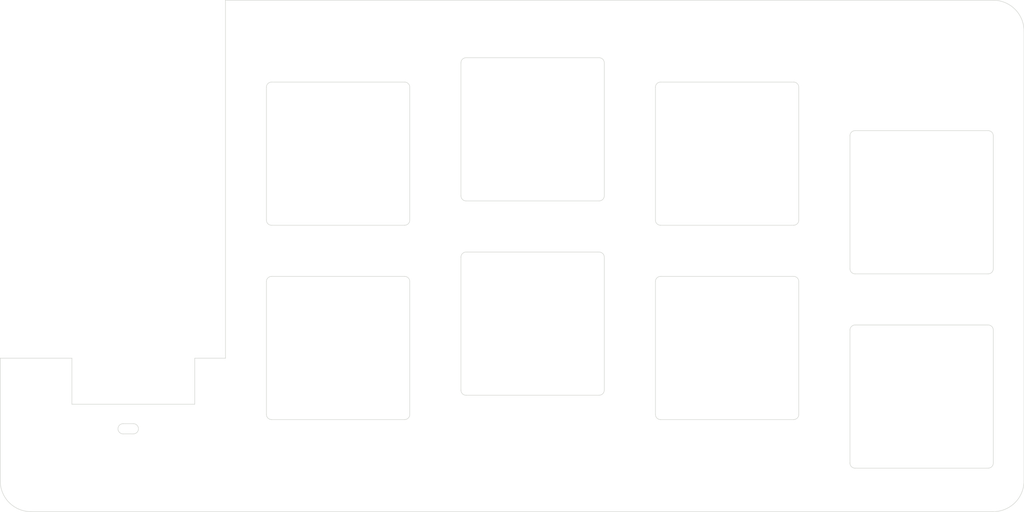
<source format=kicad_pcb>
(kicad_pcb (version 20171130) (host pcbnew 5.1.10)

  (general
    (thickness 1.6)
    (drawings 12)
    (tracks 0)
    (zones 0)
    (modules 9)
    (nets 1)
  )

  (page A4)
  (layers
    (0 F.Cu signal)
    (31 B.Cu signal)
    (32 B.Adhes user hide)
    (33 F.Adhes user hide)
    (34 B.Paste user hide)
    (35 F.Paste user hide)
    (36 B.SilkS user)
    (37 F.SilkS user)
    (38 B.Mask user)
    (39 F.Mask user)
    (40 Dwgs.User user)
    (41 Cmts.User user)
    (42 Eco1.User user)
    (43 Eco2.User user)
    (44 Edge.Cuts user)
    (45 Margin user)
    (46 B.CrtYd user hide)
    (47 F.CrtYd user hide)
    (48 B.Fab user hide)
    (49 F.Fab user hide)
  )

  (setup
    (last_trace_width 0.25)
    (user_trace_width 0.381)
    (trace_clearance 0.2)
    (zone_clearance 0.508)
    (zone_45_only no)
    (trace_min 0.2)
    (via_size 0.8)
    (via_drill 0.4)
    (via_min_size 0.4)
    (via_min_drill 0.3)
    (uvia_size 0.3)
    (uvia_drill 0.1)
    (uvias_allowed no)
    (uvia_min_size 0.2)
    (uvia_min_drill 0.1)
    (edge_width 0.05)
    (segment_width 0.2)
    (pcb_text_width 0.3)
    (pcb_text_size 1.5 1.5)
    (mod_edge_width 0.12)
    (mod_text_size 1 1)
    (mod_text_width 0.15)
    (pad_size 1.7526 1.7526)
    (pad_drill 1.0922)
    (pad_to_mask_clearance 0)
    (aux_axis_origin 0 0)
    (grid_origin 105.901737 52.599424)
    (visible_elements FFFFFF7F)
    (pcbplotparams
      (layerselection 0x01000_7ffffffe)
      (usegerberextensions false)
      (usegerberattributes true)
      (usegerberadvancedattributes true)
      (creategerberjobfile false)
      (excludeedgelayer true)
      (linewidth 0.100000)
      (plotframeref false)
      (viasonmask false)
      (mode 1)
      (useauxorigin false)
      (hpglpennumber 1)
      (hpglpenspeed 20)
      (hpglpendiameter 15.000000)
      (psnegative false)
      (psa4output false)
      (plotreference false)
      (plotvalue false)
      (plotinvisibletext false)
      (padsonsilk false)
      (subtractmaskfromsilk true)
      (outputformat 1)
      (mirror false)
      (drillshape 0)
      (scaleselection 1)
      (outputdirectory "gerber/"))
  )

  (net 0 "")

  (net_class Default "This is the default net class."
    (clearance 0.2)
    (trace_width 0.25)
    (via_dia 0.8)
    (via_drill 0.4)
    (uvia_dia 0.3)
    (uvia_drill 0.1)
  )

  (module small-paintbrush:mounting-holes locked (layer F.Cu) (tedit 6136D5FA) (tstamp 61372341)
    (at 122.901737 43.599424)
    (path /6136C561)
    (fp_text reference H1 (at 0 0.5) (layer F.SilkS) hide
      (effects (font (size 1 1) (thickness 0.15)))
    )
    (fp_text value MountingHole (at 0 -26.2) (layer F.Fab)
      (effects (font (size 1 1) (thickness 0.15)))
    )
    (fp_circle (center -24.5 22) (end -24.5 22.5) (layer Cmts.User) (width 0.12))
    (fp_circle (center 24.5 22) (end 24.5 22.5) (layer Cmts.User) (width 0.12))
    (fp_circle (center 24.5 -22) (end 24.5 -21.5) (layer Cmts.User) (width 0.12))
    (fp_circle (center -24.5 -22) (end -24.5 -21.5) (layer Cmts.User) (width 0.12))
    (fp_line (start 50 -22) (end 50 22) (layer Edge.Cuts) (width 0.05))
    (fp_line (start 47 25) (end -47 25) (layer Edge.Cuts) (width 0.05))
    (fp_line (start -17 -25) (end 47 -25) (layer Edge.Cuts) (width 0.05))
    (fp_circle (center 40 -5.25) (end 40 -4.75) (layer Cmts.User) (width 0.15))
    (fp_circle (center 40 13.75) (end 40 14.25) (layer Cmts.User) (width 0.15))
    (fp_circle (center 21 9) (end 21 9.5) (layer Cmts.User) (width 0.15))
    (fp_circle (center 21 -10) (end 21 -9.5) (layer Cmts.User) (width 0.15))
    (fp_circle (center 2 -12.38) (end 2 -11.88) (layer Cmts.User) (width 0.15))
    (fp_circle (center 2 6.62) (end 2 7.12) (layer Cmts.User) (width 0.15))
    (fp_circle (center -17 9) (end -17 9.5) (layer Cmts.User) (width 0.15))
    (fp_circle (center -17 -10) (end -17 -9.5) (layer Cmts.User) (width 0.15))
    (fp_arc (start 47 22) (end 47 25) (angle -90) (layer Edge.Cuts) (width 0.05))
    (fp_arc (start 47 -22) (end 50 -22) (angle -90) (layer Edge.Cuts) (width 0.05))
    (fp_arc (start -47 22) (end -50 22) (angle -90) (layer Edge.Cuts) (width 0.05))
  )

  (module small-paintbrush:MX-plate-cutout-edgecuts (layer F.Cu) (tedit 6136CE4C) (tstamp 61372409)
    (at 162.901737 57.349424)
    (path /6136E38C)
    (fp_text reference H12 (at 0 0.5) (layer F.SilkS) hide
      (effects (font (size 1 1) (thickness 0.15)))
    )
    (fp_text value switch-hole (at 0 -0.5) (layer F.Fab)
      (effects (font (size 1 1) (thickness 0.15)))
    )
    (fp_line (start -7 6.5) (end -7 -6.5) (layer Edge.Cuts) (width 0.05))
    (fp_line (start 6.5 7) (end -6.5 7) (layer Edge.Cuts) (width 0.05))
    (fp_line (start 7 -6.5) (end 7 6.5) (layer Edge.Cuts) (width 0.05))
    (fp_line (start -6.5 -7) (end 6.5 -7) (layer Edge.Cuts) (width 0.05))
    (fp_arc (start -6.5 -6.5) (end -6.5 -7) (angle -90) (layer Edge.Cuts) (width 0.05))
    (fp_arc (start -6.5 6.5) (end -7 6.5) (angle -90) (layer Edge.Cuts) (width 0.05))
    (fp_arc (start 6.5 6.5) (end 6.5 7) (angle -90) (layer Edge.Cuts) (width 0.05))
    (fp_arc (start 6.5 -6.5) (end 7 -6.5) (angle -90) (layer Edge.Cuts) (width 0.05))
  )

  (module small-paintbrush:MX-plate-cutout-edgecuts (layer F.Cu) (tedit 6136CE4C) (tstamp 613723F3)
    (at 162.901737 38.349424)
    (path /6136D52E)
    (fp_text reference H11 (at 0 0.5) (layer F.SilkS) hide
      (effects (font (size 1 1) (thickness 0.15)))
    )
    (fp_text value switch-hole (at 0 -0.5) (layer F.Fab)
      (effects (font (size 1 1) (thickness 0.15)))
    )
    (fp_line (start -7 6.5) (end -7 -6.5) (layer Edge.Cuts) (width 0.05))
    (fp_line (start 6.5 7) (end -6.5 7) (layer Edge.Cuts) (width 0.05))
    (fp_line (start 7 -6.5) (end 7 6.5) (layer Edge.Cuts) (width 0.05))
    (fp_line (start -6.5 -7) (end 6.5 -7) (layer Edge.Cuts) (width 0.05))
    (fp_arc (start -6.5 -6.5) (end -6.5 -7) (angle -90) (layer Edge.Cuts) (width 0.05))
    (fp_arc (start -6.5 6.5) (end -7 6.5) (angle -90) (layer Edge.Cuts) (width 0.05))
    (fp_arc (start 6.5 6.5) (end 6.5 7) (angle -90) (layer Edge.Cuts) (width 0.05))
    (fp_arc (start 6.5 -6.5) (end 7 -6.5) (angle -90) (layer Edge.Cuts) (width 0.05))
  )

  (module small-paintbrush:MX-plate-cutout-edgecuts (layer F.Cu) (tedit 6136CE4C) (tstamp 613723D5)
    (at 143.901737 52.599424)
    (path /6136E386)
    (fp_text reference H9 (at 0 0.5) (layer F.SilkS) hide
      (effects (font (size 1 1) (thickness 0.15)))
    )
    (fp_text value switch-hole (at 0 -0.5) (layer F.Fab)
      (effects (font (size 1 1) (thickness 0.15)))
    )
    (fp_line (start -7 6.5) (end -7 -6.5) (layer Edge.Cuts) (width 0.05))
    (fp_line (start 6.5 7) (end -6.5 7) (layer Edge.Cuts) (width 0.05))
    (fp_line (start 7 -6.5) (end 7 6.5) (layer Edge.Cuts) (width 0.05))
    (fp_line (start -6.5 -7) (end 6.5 -7) (layer Edge.Cuts) (width 0.05))
    (fp_arc (start -6.5 -6.5) (end -6.5 -7) (angle -90) (layer Edge.Cuts) (width 0.05))
    (fp_arc (start -6.5 6.5) (end -7 6.5) (angle -90) (layer Edge.Cuts) (width 0.05))
    (fp_arc (start 6.5 6.5) (end 6.5 7) (angle -90) (layer Edge.Cuts) (width 0.05))
    (fp_arc (start 6.5 -6.5) (end 7 -6.5) (angle -90) (layer Edge.Cuts) (width 0.05))
  )

  (module small-paintbrush:MX-plate-cutout-edgecuts (layer F.Cu) (tedit 6136CE4C) (tstamp 613723BF)
    (at 105.901737 33.599424)
    (path /6136D341)
    (fp_text reference H8 (at 0 0.5) (layer F.SilkS) hide
      (effects (font (size 1 1) (thickness 0.15)))
    )
    (fp_text value switch-hole (at 0 -0.5) (layer F.Fab)
      (effects (font (size 1 1) (thickness 0.15)))
    )
    (fp_line (start -7 6.5) (end -7 -6.5) (layer Edge.Cuts) (width 0.05))
    (fp_line (start 6.5 7) (end -6.5 7) (layer Edge.Cuts) (width 0.05))
    (fp_line (start 7 -6.5) (end 7 6.5) (layer Edge.Cuts) (width 0.05))
    (fp_line (start -6.5 -7) (end 6.5 -7) (layer Edge.Cuts) (width 0.05))
    (fp_arc (start -6.5 -6.5) (end -6.5 -7) (angle -90) (layer Edge.Cuts) (width 0.05))
    (fp_arc (start -6.5 6.5) (end -7 6.5) (angle -90) (layer Edge.Cuts) (width 0.05))
    (fp_arc (start 6.5 6.5) (end 6.5 7) (angle -90) (layer Edge.Cuts) (width 0.05))
    (fp_arc (start 6.5 -6.5) (end 7 -6.5) (angle -90) (layer Edge.Cuts) (width 0.05))
  )

  (module small-paintbrush:MX-plate-cutout-edgecuts (layer F.Cu) (tedit 6136CE4C) (tstamp 61372DA9)
    (at 105.901737 52.599424)
    (path /6136E380)
    (fp_text reference H6 (at 0 0.5) (layer F.SilkS) hide
      (effects (font (size 1 1) (thickness 0.15)))
    )
    (fp_text value switch-hole (at 0 -0.5) (layer F.Fab)
      (effects (font (size 1 1) (thickness 0.15)))
    )
    (fp_line (start -7 6.5) (end -7 -6.5) (layer Edge.Cuts) (width 0.05))
    (fp_line (start 6.5 7) (end -6.5 7) (layer Edge.Cuts) (width 0.05))
    (fp_line (start 7 -6.5) (end 7 6.5) (layer Edge.Cuts) (width 0.05))
    (fp_line (start -6.5 -7) (end 6.5 -7) (layer Edge.Cuts) (width 0.05))
    (fp_arc (start -6.5 -6.5) (end -6.5 -7) (angle -90) (layer Edge.Cuts) (width 0.05))
    (fp_arc (start -6.5 6.5) (end -7 6.5) (angle -90) (layer Edge.Cuts) (width 0.05))
    (fp_arc (start 6.5 6.5) (end 6.5 7) (angle -90) (layer Edge.Cuts) (width 0.05))
    (fp_arc (start 6.5 -6.5) (end 7 -6.5) (angle -90) (layer Edge.Cuts) (width 0.05))
  )

  (module small-paintbrush:MX-plate-cutout-edgecuts (layer F.Cu) (tedit 6136CE4C) (tstamp 6137238B)
    (at 124.901737 50.219424)
    (path /6136D17F)
    (fp_text reference H5 (at 0 0.5) (layer F.SilkS) hide
      (effects (font (size 1 1) (thickness 0.15)))
    )
    (fp_text value switch-hole (at 0 -0.5) (layer F.Fab)
      (effects (font (size 1 1) (thickness 0.15)))
    )
    (fp_line (start -7 6.5) (end -7 -6.5) (layer Edge.Cuts) (width 0.05))
    (fp_line (start 6.5 7) (end -6.5 7) (layer Edge.Cuts) (width 0.05))
    (fp_line (start 7 -6.5) (end 7 6.5) (layer Edge.Cuts) (width 0.05))
    (fp_line (start -6.5 -7) (end 6.5 -7) (layer Edge.Cuts) (width 0.05))
    (fp_arc (start -6.5 -6.5) (end -6.5 -7) (angle -90) (layer Edge.Cuts) (width 0.05))
    (fp_arc (start -6.5 6.5) (end -7 6.5) (angle -90) (layer Edge.Cuts) (width 0.05))
    (fp_arc (start 6.5 6.5) (end 6.5 7) (angle -90) (layer Edge.Cuts) (width 0.05))
    (fp_arc (start 6.5 -6.5) (end 7 -6.5) (angle -90) (layer Edge.Cuts) (width 0.05))
  )

  (module small-paintbrush:MX-plate-cutout-edgecuts (layer F.Cu) (tedit 6136CE4C) (tstamp 6137236D)
    (at 143.901737 33.599424)
    (path /6136E37A)
    (fp_text reference H3 (at 0 0.5) (layer F.SilkS) hide
      (effects (font (size 1 1) (thickness 0.15)))
    )
    (fp_text value switch-hole (at 0 -0.5) (layer F.Fab)
      (effects (font (size 1 1) (thickness 0.15)))
    )
    (fp_line (start -7 6.5) (end -7 -6.5) (layer Edge.Cuts) (width 0.05))
    (fp_line (start 6.5 7) (end -6.5 7) (layer Edge.Cuts) (width 0.05))
    (fp_line (start 7 -6.5) (end 7 6.5) (layer Edge.Cuts) (width 0.05))
    (fp_line (start -6.5 -7) (end 6.5 -7) (layer Edge.Cuts) (width 0.05))
    (fp_arc (start -6.5 -6.5) (end -6.5 -7) (angle -90) (layer Edge.Cuts) (width 0.05))
    (fp_arc (start -6.5 6.5) (end -7 6.5) (angle -90) (layer Edge.Cuts) (width 0.05))
    (fp_arc (start 6.5 6.5) (end 6.5 7) (angle -90) (layer Edge.Cuts) (width 0.05))
    (fp_arc (start 6.5 -6.5) (end 7 -6.5) (angle -90) (layer Edge.Cuts) (width 0.05))
  )

  (module small-paintbrush:MX-plate-cutout-edgecuts (layer F.Cu) (tedit 6136CE4C) (tstamp 61372357)
    (at 124.901737 31.219424)
    (path /6136CDBC)
    (fp_text reference H2 (at 0 0.5) (layer F.SilkS) hide
      (effects (font (size 1 1) (thickness 0.15)))
    )
    (fp_text value switch-hole (at 0 -0.5) (layer F.Fab)
      (effects (font (size 1 1) (thickness 0.15)))
    )
    (fp_line (start -7 6.5) (end -7 -6.5) (layer Edge.Cuts) (width 0.05))
    (fp_line (start 6.5 7) (end -6.5 7) (layer Edge.Cuts) (width 0.05))
    (fp_line (start 7 -6.5) (end 7 6.5) (layer Edge.Cuts) (width 0.05))
    (fp_line (start -6.5 -7) (end 6.5 -7) (layer Edge.Cuts) (width 0.05))
    (fp_arc (start -6.5 -6.5) (end -6.5 -7) (angle -90) (layer Edge.Cuts) (width 0.05))
    (fp_arc (start -6.5 6.5) (end -7 6.5) (angle -90) (layer Edge.Cuts) (width 0.05))
    (fp_arc (start 6.5 6.5) (end 6.5 7) (angle -90) (layer Edge.Cuts) (width 0.05))
    (fp_arc (start 6.5 -6.5) (end 7 -6.5) (angle -90) (layer Edge.Cuts) (width 0.05))
  )

  (gr_line (start 79.901737 53.599424) (end 72.901737 53.599424) (layer Edge.Cuts) (width 0.05) (tstamp 6142354A))
  (gr_line (start 79.901737 58.099424) (end 79.901737 53.599424) (layer Edge.Cuts) (width 0.05))
  (gr_line (start 91.901737 58.099424) (end 79.901737 58.099424) (layer Edge.Cuts) (width 0.05))
  (gr_line (start 91.901737 53.599424) (end 91.901737 58.099424) (layer Edge.Cuts) (width 0.05))
  (gr_line (start 94.901737 53.599424) (end 91.901737 53.599424) (layer Edge.Cuts) (width 0.05))
  (gr_arc (start 85.901737 60.499424) (end 85.901737 60.999424) (angle -180) (layer Edge.Cuts) (width 0.05))
  (gr_arc (start 84.901737 60.499424) (end 84.901737 59.999424) (angle -180) (layer Edge.Cuts) (width 0.05))
  (gr_line (start 85.901737 59.999424) (end 84.901737 59.999424) (layer Edge.Cuts) (width 0.05))
  (gr_line (start 84.901737 60.999424) (end 85.901737 60.999424) (layer Edge.Cuts) (width 0.05))
  (gr_line (start 72.901737 65.599424) (end 72.901737 53.599424) (layer Edge.Cuts) (width 0.05) (tstamp 61372FC1))
  (gr_line (start 105.901737 18.599424) (end 94.901737 18.599424) (layer Edge.Cuts) (width 0.05) (tstamp 61372FC0))
  (gr_line (start 94.901737 53.599424) (end 94.901737 18.599424) (layer Edge.Cuts) (width 0.05))

)

</source>
